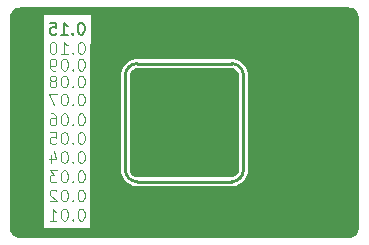
<source format=gbr>
%TF.GenerationSoftware,KiCad,Pcbnew,6.0.11+dfsg-1~bpo11+1*%
%TF.CreationDate,2024-04-13T17:17:30-04:00*%
%TF.ProjectId,Eye Chart,45796520-4368-4617-9274-2e6b69636164,rev?*%
%TF.SameCoordinates,Original*%
%TF.FileFunction,Copper,L2,Bot*%
%TF.FilePolarity,Positive*%
%FSLAX46Y46*%
G04 Gerber Fmt 4.6, Leading zero omitted, Abs format (unit mm)*
G04 Created by KiCad (PCBNEW 6.0.11+dfsg-1~bpo11+1) date 2024-04-13 17:17:30*
%MOMM*%
%LPD*%
G01*
G04 APERTURE LIST*
%ADD10C,0.010000*%
%TA.AperFunction,NonConductor*%
%ADD11C,0.010000*%
%TD*%
%ADD12C,0.030000*%
%TA.AperFunction,NonConductor*%
%ADD13C,0.030000*%
%TD*%
%ADD14C,0.100000*%
%TA.AperFunction,NonConductor*%
%ADD15C,0.100000*%
%TD*%
%ADD16C,0.090000*%
%TA.AperFunction,NonConductor*%
%ADD17C,0.090000*%
%TD*%
%ADD18C,0.060000*%
%TA.AperFunction,NonConductor*%
%ADD19C,0.060000*%
%TD*%
%ADD20C,0.070000*%
%TA.AperFunction,NonConductor*%
%ADD21C,0.070000*%
%TD*%
%ADD22C,0.050000*%
%TA.AperFunction,NonConductor*%
%ADD23C,0.050000*%
%TD*%
%ADD24C,0.150000*%
%TA.AperFunction,NonConductor*%
%ADD25C,0.150000*%
%TD*%
%ADD26C,0.020000*%
%TA.AperFunction,NonConductor*%
%ADD27C,0.020000*%
%TD*%
%ADD28C,0.040000*%
%TA.AperFunction,NonConductor*%
%ADD29C,0.040000*%
%TD*%
%ADD30C,0.080000*%
%TA.AperFunction,NonConductor*%
%ADD31C,0.080000*%
%TD*%
%TA.AperFunction,Conductor*%
%ADD32C,0.250000*%
%TD*%
G04 APERTURE END LIST*
D10*
D11*
X91306495Y-107300780D02*
X91211257Y-107300780D01*
X91116019Y-107348400D01*
X91068400Y-107396019D01*
X91020780Y-107491257D01*
X90973161Y-107681733D01*
X90973161Y-107919828D01*
X91020780Y-108110304D01*
X91068400Y-108205542D01*
X91116019Y-108253161D01*
X91211257Y-108300780D01*
X91306495Y-108300780D01*
X91401733Y-108253161D01*
X91449352Y-108205542D01*
X91496971Y-108110304D01*
X91544590Y-107919828D01*
X91544590Y-107681733D01*
X91496971Y-107491257D01*
X91449352Y-107396019D01*
X91401733Y-107348400D01*
X91306495Y-107300780D01*
X90544590Y-108205542D02*
X90496971Y-108253161D01*
X90544590Y-108300780D01*
X90592209Y-108253161D01*
X90544590Y-108205542D01*
X90544590Y-108300780D01*
X89877923Y-107300780D02*
X89782685Y-107300780D01*
X89687447Y-107348400D01*
X89639828Y-107396019D01*
X89592209Y-107491257D01*
X89544590Y-107681733D01*
X89544590Y-107919828D01*
X89592209Y-108110304D01*
X89639828Y-108205542D01*
X89687447Y-108253161D01*
X89782685Y-108300780D01*
X89877923Y-108300780D01*
X89973161Y-108253161D01*
X90020780Y-108205542D01*
X90068400Y-108110304D01*
X90116019Y-107919828D01*
X90116019Y-107681733D01*
X90068400Y-107491257D01*
X90020780Y-107396019D01*
X89973161Y-107348400D01*
X89877923Y-107300780D01*
X88592209Y-108300780D02*
X89163638Y-108300780D01*
X88877923Y-108300780D02*
X88877923Y-107300780D01*
X88973161Y-107443638D01*
X89068400Y-107538876D01*
X89163638Y-107586495D01*
D12*
D13*
X91306495Y-104049580D02*
X91211257Y-104049580D01*
X91116019Y-104097200D01*
X91068400Y-104144819D01*
X91020780Y-104240057D01*
X90973161Y-104430533D01*
X90973161Y-104668628D01*
X91020780Y-104859104D01*
X91068400Y-104954342D01*
X91116019Y-105001961D01*
X91211257Y-105049580D01*
X91306495Y-105049580D01*
X91401733Y-105001961D01*
X91449352Y-104954342D01*
X91496971Y-104859104D01*
X91544590Y-104668628D01*
X91544590Y-104430533D01*
X91496971Y-104240057D01*
X91449352Y-104144819D01*
X91401733Y-104097200D01*
X91306495Y-104049580D01*
X90544590Y-104954342D02*
X90496971Y-105001961D01*
X90544590Y-105049580D01*
X90592209Y-105001961D01*
X90544590Y-104954342D01*
X90544590Y-105049580D01*
X89877923Y-104049580D02*
X89782685Y-104049580D01*
X89687447Y-104097200D01*
X89639828Y-104144819D01*
X89592209Y-104240057D01*
X89544590Y-104430533D01*
X89544590Y-104668628D01*
X89592209Y-104859104D01*
X89639828Y-104954342D01*
X89687447Y-105001961D01*
X89782685Y-105049580D01*
X89877923Y-105049580D01*
X89973161Y-105001961D01*
X90020780Y-104954342D01*
X90068400Y-104859104D01*
X90116019Y-104668628D01*
X90116019Y-104430533D01*
X90068400Y-104240057D01*
X90020780Y-104144819D01*
X89973161Y-104097200D01*
X89877923Y-104049580D01*
X89211257Y-104049580D02*
X88592209Y-104049580D01*
X88925542Y-104430533D01*
X88782685Y-104430533D01*
X88687447Y-104478152D01*
X88639828Y-104525771D01*
X88592209Y-104621009D01*
X88592209Y-104859104D01*
X88639828Y-104954342D01*
X88687447Y-105001961D01*
X88782685Y-105049580D01*
X89068400Y-105049580D01*
X89163638Y-105001961D01*
X89211257Y-104954342D01*
D14*
D15*
X91306495Y-93178380D02*
X91211257Y-93178380D01*
X91116019Y-93226000D01*
X91068400Y-93273619D01*
X91020780Y-93368857D01*
X90973161Y-93559333D01*
X90973161Y-93797428D01*
X91020780Y-93987904D01*
X91068400Y-94083142D01*
X91116019Y-94130761D01*
X91211257Y-94178380D01*
X91306495Y-94178380D01*
X91401733Y-94130761D01*
X91449352Y-94083142D01*
X91496971Y-93987904D01*
X91544590Y-93797428D01*
X91544590Y-93559333D01*
X91496971Y-93368857D01*
X91449352Y-93273619D01*
X91401733Y-93226000D01*
X91306495Y-93178380D01*
X90544590Y-94083142D02*
X90496971Y-94130761D01*
X90544590Y-94178380D01*
X90592209Y-94130761D01*
X90544590Y-94083142D01*
X90544590Y-94178380D01*
X89544590Y-94178380D02*
X90116019Y-94178380D01*
X89830304Y-94178380D02*
X89830304Y-93178380D01*
X89925542Y-93321238D01*
X90020780Y-93416476D01*
X90116019Y-93464095D01*
X88925542Y-93178380D02*
X88830304Y-93178380D01*
X88735066Y-93226000D01*
X88687447Y-93273619D01*
X88639828Y-93368857D01*
X88592209Y-93559333D01*
X88592209Y-93797428D01*
X88639828Y-93987904D01*
X88687447Y-94083142D01*
X88735066Y-94130761D01*
X88830304Y-94178380D01*
X88925542Y-94178380D01*
X89020780Y-94130761D01*
X89068400Y-94083142D01*
X89116019Y-93987904D01*
X89163638Y-93797428D01*
X89163638Y-93559333D01*
X89116019Y-93368857D01*
X89068400Y-93273619D01*
X89020780Y-93226000D01*
X88925542Y-93178380D01*
D16*
D17*
X91306495Y-94600780D02*
X91211257Y-94600780D01*
X91116019Y-94648400D01*
X91068400Y-94696019D01*
X91020780Y-94791257D01*
X90973161Y-94981733D01*
X90973161Y-95219828D01*
X91020780Y-95410304D01*
X91068400Y-95505542D01*
X91116019Y-95553161D01*
X91211257Y-95600780D01*
X91306495Y-95600780D01*
X91401733Y-95553161D01*
X91449352Y-95505542D01*
X91496971Y-95410304D01*
X91544590Y-95219828D01*
X91544590Y-94981733D01*
X91496971Y-94791257D01*
X91449352Y-94696019D01*
X91401733Y-94648400D01*
X91306495Y-94600780D01*
X90544590Y-95505542D02*
X90496971Y-95553161D01*
X90544590Y-95600780D01*
X90592209Y-95553161D01*
X90544590Y-95505542D01*
X90544590Y-95600780D01*
X89877923Y-94600780D02*
X89782685Y-94600780D01*
X89687447Y-94648400D01*
X89639828Y-94696019D01*
X89592209Y-94791257D01*
X89544590Y-94981733D01*
X89544590Y-95219828D01*
X89592209Y-95410304D01*
X89639828Y-95505542D01*
X89687447Y-95553161D01*
X89782685Y-95600780D01*
X89877923Y-95600780D01*
X89973161Y-95553161D01*
X90020780Y-95505542D01*
X90068400Y-95410304D01*
X90116019Y-95219828D01*
X90116019Y-94981733D01*
X90068400Y-94791257D01*
X90020780Y-94696019D01*
X89973161Y-94648400D01*
X89877923Y-94600780D01*
X89068400Y-95600780D02*
X88877923Y-95600780D01*
X88782685Y-95553161D01*
X88735066Y-95505542D01*
X88639828Y-95362685D01*
X88592209Y-95172209D01*
X88592209Y-94791257D01*
X88639828Y-94696019D01*
X88687447Y-94648400D01*
X88782685Y-94600780D01*
X88973161Y-94600780D01*
X89068400Y-94648400D01*
X89116019Y-94696019D01*
X89163638Y-94791257D01*
X89163638Y-95029352D01*
X89116019Y-95124590D01*
X89068400Y-95172209D01*
X88973161Y-95219828D01*
X88782685Y-95219828D01*
X88687447Y-95172209D01*
X88639828Y-95124590D01*
X88592209Y-95029352D01*
D18*
D19*
X91306495Y-99223580D02*
X91211257Y-99223580D01*
X91116019Y-99271200D01*
X91068400Y-99318819D01*
X91020780Y-99414057D01*
X90973161Y-99604533D01*
X90973161Y-99842628D01*
X91020780Y-100033104D01*
X91068400Y-100128342D01*
X91116019Y-100175961D01*
X91211257Y-100223580D01*
X91306495Y-100223580D01*
X91401733Y-100175961D01*
X91449352Y-100128342D01*
X91496971Y-100033104D01*
X91544590Y-99842628D01*
X91544590Y-99604533D01*
X91496971Y-99414057D01*
X91449352Y-99318819D01*
X91401733Y-99271200D01*
X91306495Y-99223580D01*
X90544590Y-100128342D02*
X90496971Y-100175961D01*
X90544590Y-100223580D01*
X90592209Y-100175961D01*
X90544590Y-100128342D01*
X90544590Y-100223580D01*
X89877923Y-99223580D02*
X89782685Y-99223580D01*
X89687447Y-99271200D01*
X89639828Y-99318819D01*
X89592209Y-99414057D01*
X89544590Y-99604533D01*
X89544590Y-99842628D01*
X89592209Y-100033104D01*
X89639828Y-100128342D01*
X89687447Y-100175961D01*
X89782685Y-100223580D01*
X89877923Y-100223580D01*
X89973161Y-100175961D01*
X90020780Y-100128342D01*
X90068400Y-100033104D01*
X90116019Y-99842628D01*
X90116019Y-99604533D01*
X90068400Y-99414057D01*
X90020780Y-99318819D01*
X89973161Y-99271200D01*
X89877923Y-99223580D01*
X88687447Y-99223580D02*
X88877923Y-99223580D01*
X88973161Y-99271200D01*
X89020780Y-99318819D01*
X89116019Y-99461676D01*
X89163638Y-99652152D01*
X89163638Y-100033104D01*
X89116019Y-100128342D01*
X89068400Y-100175961D01*
X88973161Y-100223580D01*
X88782685Y-100223580D01*
X88687447Y-100175961D01*
X88639828Y-100128342D01*
X88592209Y-100033104D01*
X88592209Y-99795009D01*
X88639828Y-99699771D01*
X88687447Y-99652152D01*
X88782685Y-99604533D01*
X88973161Y-99604533D01*
X89068400Y-99652152D01*
X89116019Y-99699771D01*
X89163638Y-99795009D01*
D20*
D21*
X91306495Y-97547180D02*
X91211257Y-97547180D01*
X91116019Y-97594800D01*
X91068400Y-97642419D01*
X91020780Y-97737657D01*
X90973161Y-97928133D01*
X90973161Y-98166228D01*
X91020780Y-98356704D01*
X91068400Y-98451942D01*
X91116019Y-98499561D01*
X91211257Y-98547180D01*
X91306495Y-98547180D01*
X91401733Y-98499561D01*
X91449352Y-98451942D01*
X91496971Y-98356704D01*
X91544590Y-98166228D01*
X91544590Y-97928133D01*
X91496971Y-97737657D01*
X91449352Y-97642419D01*
X91401733Y-97594800D01*
X91306495Y-97547180D01*
X90544590Y-98451942D02*
X90496971Y-98499561D01*
X90544590Y-98547180D01*
X90592209Y-98499561D01*
X90544590Y-98451942D01*
X90544590Y-98547180D01*
X89877923Y-97547180D02*
X89782685Y-97547180D01*
X89687447Y-97594800D01*
X89639828Y-97642419D01*
X89592209Y-97737657D01*
X89544590Y-97928133D01*
X89544590Y-98166228D01*
X89592209Y-98356704D01*
X89639828Y-98451942D01*
X89687447Y-98499561D01*
X89782685Y-98547180D01*
X89877923Y-98547180D01*
X89973161Y-98499561D01*
X90020780Y-98451942D01*
X90068400Y-98356704D01*
X90116019Y-98166228D01*
X90116019Y-97928133D01*
X90068400Y-97737657D01*
X90020780Y-97642419D01*
X89973161Y-97594800D01*
X89877923Y-97547180D01*
X89211257Y-97547180D02*
X88544590Y-97547180D01*
X88973161Y-98547180D01*
D22*
D23*
X91306495Y-100798380D02*
X91211257Y-100798380D01*
X91116019Y-100846000D01*
X91068400Y-100893619D01*
X91020780Y-100988857D01*
X90973161Y-101179333D01*
X90973161Y-101417428D01*
X91020780Y-101607904D01*
X91068400Y-101703142D01*
X91116019Y-101750761D01*
X91211257Y-101798380D01*
X91306495Y-101798380D01*
X91401733Y-101750761D01*
X91449352Y-101703142D01*
X91496971Y-101607904D01*
X91544590Y-101417428D01*
X91544590Y-101179333D01*
X91496971Y-100988857D01*
X91449352Y-100893619D01*
X91401733Y-100846000D01*
X91306495Y-100798380D01*
X90544590Y-101703142D02*
X90496971Y-101750761D01*
X90544590Y-101798380D01*
X90592209Y-101750761D01*
X90544590Y-101703142D01*
X90544590Y-101798380D01*
X89877923Y-100798380D02*
X89782685Y-100798380D01*
X89687447Y-100846000D01*
X89639828Y-100893619D01*
X89592209Y-100988857D01*
X89544590Y-101179333D01*
X89544590Y-101417428D01*
X89592209Y-101607904D01*
X89639828Y-101703142D01*
X89687447Y-101750761D01*
X89782685Y-101798380D01*
X89877923Y-101798380D01*
X89973161Y-101750761D01*
X90020780Y-101703142D01*
X90068400Y-101607904D01*
X90116019Y-101417428D01*
X90116019Y-101179333D01*
X90068400Y-100988857D01*
X90020780Y-100893619D01*
X89973161Y-100846000D01*
X89877923Y-100798380D01*
X88639828Y-100798380D02*
X89116019Y-100798380D01*
X89163638Y-101274571D01*
X89116019Y-101226952D01*
X89020780Y-101179333D01*
X88782685Y-101179333D01*
X88687447Y-101226952D01*
X88639828Y-101274571D01*
X88592209Y-101369809D01*
X88592209Y-101607904D01*
X88639828Y-101703142D01*
X88687447Y-101750761D01*
X88782685Y-101798380D01*
X89020780Y-101798380D01*
X89116019Y-101750761D01*
X89163638Y-101703142D01*
D24*
D25*
X91306495Y-91552780D02*
X91211257Y-91552780D01*
X91116019Y-91600400D01*
X91068400Y-91648019D01*
X91020780Y-91743257D01*
X90973161Y-91933733D01*
X90973161Y-92171828D01*
X91020780Y-92362304D01*
X91068400Y-92457542D01*
X91116019Y-92505161D01*
X91211257Y-92552780D01*
X91306495Y-92552780D01*
X91401733Y-92505161D01*
X91449352Y-92457542D01*
X91496971Y-92362304D01*
X91544590Y-92171828D01*
X91544590Y-91933733D01*
X91496971Y-91743257D01*
X91449352Y-91648019D01*
X91401733Y-91600400D01*
X91306495Y-91552780D01*
X90544590Y-92457542D02*
X90496971Y-92505161D01*
X90544590Y-92552780D01*
X90592209Y-92505161D01*
X90544590Y-92457542D01*
X90544590Y-92552780D01*
X89544590Y-92552780D02*
X90116019Y-92552780D01*
X89830304Y-92552780D02*
X89830304Y-91552780D01*
X89925542Y-91695638D01*
X90020780Y-91790876D01*
X90116019Y-91838495D01*
X88639828Y-91552780D02*
X89116019Y-91552780D01*
X89163638Y-92028971D01*
X89116019Y-91981352D01*
X89020780Y-91933733D01*
X88782685Y-91933733D01*
X88687447Y-91981352D01*
X88639828Y-92028971D01*
X88592209Y-92124209D01*
X88592209Y-92362304D01*
X88639828Y-92457542D01*
X88687447Y-92505161D01*
X88782685Y-92552780D01*
X89020780Y-92552780D01*
X89116019Y-92505161D01*
X89163638Y-92457542D01*
D26*
D27*
X91306495Y-105675180D02*
X91211257Y-105675180D01*
X91116019Y-105722800D01*
X91068400Y-105770419D01*
X91020780Y-105865657D01*
X90973161Y-106056133D01*
X90973161Y-106294228D01*
X91020780Y-106484704D01*
X91068400Y-106579942D01*
X91116019Y-106627561D01*
X91211257Y-106675180D01*
X91306495Y-106675180D01*
X91401733Y-106627561D01*
X91449352Y-106579942D01*
X91496971Y-106484704D01*
X91544590Y-106294228D01*
X91544590Y-106056133D01*
X91496971Y-105865657D01*
X91449352Y-105770419D01*
X91401733Y-105722800D01*
X91306495Y-105675180D01*
X90544590Y-106579942D02*
X90496971Y-106627561D01*
X90544590Y-106675180D01*
X90592209Y-106627561D01*
X90544590Y-106579942D01*
X90544590Y-106675180D01*
X89877923Y-105675180D02*
X89782685Y-105675180D01*
X89687447Y-105722800D01*
X89639828Y-105770419D01*
X89592209Y-105865657D01*
X89544590Y-106056133D01*
X89544590Y-106294228D01*
X89592209Y-106484704D01*
X89639828Y-106579942D01*
X89687447Y-106627561D01*
X89782685Y-106675180D01*
X89877923Y-106675180D01*
X89973161Y-106627561D01*
X90020780Y-106579942D01*
X90068400Y-106484704D01*
X90116019Y-106294228D01*
X90116019Y-106056133D01*
X90068400Y-105865657D01*
X90020780Y-105770419D01*
X89973161Y-105722800D01*
X89877923Y-105675180D01*
X89163638Y-105770419D02*
X89116019Y-105722800D01*
X89020780Y-105675180D01*
X88782685Y-105675180D01*
X88687447Y-105722800D01*
X88639828Y-105770419D01*
X88592209Y-105865657D01*
X88592209Y-105960895D01*
X88639828Y-106103752D01*
X89211257Y-106675180D01*
X88592209Y-106675180D01*
D28*
D29*
X91306495Y-102423980D02*
X91211257Y-102423980D01*
X91116019Y-102471600D01*
X91068400Y-102519219D01*
X91020780Y-102614457D01*
X90973161Y-102804933D01*
X90973161Y-103043028D01*
X91020780Y-103233504D01*
X91068400Y-103328742D01*
X91116019Y-103376361D01*
X91211257Y-103423980D01*
X91306495Y-103423980D01*
X91401733Y-103376361D01*
X91449352Y-103328742D01*
X91496971Y-103233504D01*
X91544590Y-103043028D01*
X91544590Y-102804933D01*
X91496971Y-102614457D01*
X91449352Y-102519219D01*
X91401733Y-102471600D01*
X91306495Y-102423980D01*
X90544590Y-103328742D02*
X90496971Y-103376361D01*
X90544590Y-103423980D01*
X90592209Y-103376361D01*
X90544590Y-103328742D01*
X90544590Y-103423980D01*
X89877923Y-102423980D02*
X89782685Y-102423980D01*
X89687447Y-102471600D01*
X89639828Y-102519219D01*
X89592209Y-102614457D01*
X89544590Y-102804933D01*
X89544590Y-103043028D01*
X89592209Y-103233504D01*
X89639828Y-103328742D01*
X89687447Y-103376361D01*
X89782685Y-103423980D01*
X89877923Y-103423980D01*
X89973161Y-103376361D01*
X90020780Y-103328742D01*
X90068400Y-103233504D01*
X90116019Y-103043028D01*
X90116019Y-102804933D01*
X90068400Y-102614457D01*
X90020780Y-102519219D01*
X89973161Y-102471600D01*
X89877923Y-102423980D01*
X88687447Y-102757314D02*
X88687447Y-103423980D01*
X88925542Y-102376361D02*
X89163638Y-103090647D01*
X88544590Y-103090647D01*
D30*
D31*
X91306495Y-96023180D02*
X91211257Y-96023180D01*
X91116019Y-96070800D01*
X91068400Y-96118419D01*
X91020780Y-96213657D01*
X90973161Y-96404133D01*
X90973161Y-96642228D01*
X91020780Y-96832704D01*
X91068400Y-96927942D01*
X91116019Y-96975561D01*
X91211257Y-97023180D01*
X91306495Y-97023180D01*
X91401733Y-96975561D01*
X91449352Y-96927942D01*
X91496971Y-96832704D01*
X91544590Y-96642228D01*
X91544590Y-96404133D01*
X91496971Y-96213657D01*
X91449352Y-96118419D01*
X91401733Y-96070800D01*
X91306495Y-96023180D01*
X90544590Y-96927942D02*
X90496971Y-96975561D01*
X90544590Y-97023180D01*
X90592209Y-96975561D01*
X90544590Y-96927942D01*
X90544590Y-97023180D01*
X89877923Y-96023180D02*
X89782685Y-96023180D01*
X89687447Y-96070800D01*
X89639828Y-96118419D01*
X89592209Y-96213657D01*
X89544590Y-96404133D01*
X89544590Y-96642228D01*
X89592209Y-96832704D01*
X89639828Y-96927942D01*
X89687447Y-96975561D01*
X89782685Y-97023180D01*
X89877923Y-97023180D01*
X89973161Y-96975561D01*
X90020780Y-96927942D01*
X90068400Y-96832704D01*
X90116019Y-96642228D01*
X90116019Y-96404133D01*
X90068400Y-96213657D01*
X90020780Y-96118419D01*
X89973161Y-96070800D01*
X89877923Y-96023180D01*
X88973161Y-96451752D02*
X89068400Y-96404133D01*
X89116019Y-96356514D01*
X89163638Y-96261276D01*
X89163638Y-96213657D01*
X89116019Y-96118419D01*
X89068400Y-96070800D01*
X88973161Y-96023180D01*
X88782685Y-96023180D01*
X88687447Y-96070800D01*
X88639828Y-96118419D01*
X88592209Y-96213657D01*
X88592209Y-96261276D01*
X88639828Y-96356514D01*
X88687447Y-96404133D01*
X88782685Y-96451752D01*
X88973161Y-96451752D01*
X89068400Y-96499371D01*
X89116019Y-96546990D01*
X89163638Y-96642228D01*
X89163638Y-96832704D01*
X89116019Y-96927942D01*
X89068400Y-96975561D01*
X88973161Y-97023180D01*
X88782685Y-97023180D01*
X88687447Y-96975561D01*
X88639828Y-96927942D01*
X88592209Y-96832704D01*
X88592209Y-96642228D01*
X88639828Y-96546990D01*
X88687447Y-96499371D01*
X88782685Y-96451752D01*
D32*
%TO.N,*%
X104000000Y-105000000D02*
X96000000Y-105000000D01*
X95000000Y-104000000D02*
X95000000Y-96000000D01*
X105000000Y-96000000D02*
X105000000Y-104000000D01*
X96000000Y-95000000D02*
X104000000Y-95000000D01*
X105000000Y-96000000D02*
G75*
G03*
X104000000Y-95000000I-1000000J0D01*
G01*
X96000000Y-105000000D02*
G75*
G02*
X95000000Y-104000000I0J1000000D01*
G01*
X104000000Y-105000000D02*
G75*
G03*
X105000000Y-104000000I0J1000000D01*
G01*
X95000000Y-96000000D02*
G75*
G02*
X96000000Y-95000000I1000000J0D01*
G01*
%TD*%
%TA.AperFunction,NonConductor*%
G36*
X103979922Y-95381051D02*
G01*
X104000000Y-95384231D01*
X104009794Y-95382680D01*
X104019708Y-95382680D01*
X104019708Y-95383703D01*
X104034411Y-95383378D01*
X104123968Y-95393468D01*
X104151476Y-95399747D01*
X104255824Y-95436260D01*
X104281245Y-95448502D01*
X104374856Y-95507322D01*
X104396915Y-95524914D01*
X104475086Y-95603085D01*
X104492678Y-95625144D01*
X104551498Y-95718755D01*
X104563740Y-95744176D01*
X104600253Y-95848524D01*
X104606532Y-95876032D01*
X104616622Y-95965589D01*
X104616297Y-95980292D01*
X104617320Y-95980292D01*
X104617320Y-95990206D01*
X104615769Y-96000000D01*
X104617320Y-96009792D01*
X104618949Y-96020077D01*
X104620500Y-96039788D01*
X104620500Y-103960212D01*
X104618949Y-103979922D01*
X104615769Y-104000000D01*
X104617320Y-104009794D01*
X104617320Y-104019708D01*
X104616297Y-104019708D01*
X104616622Y-104034411D01*
X104606532Y-104123968D01*
X104600253Y-104151476D01*
X104563740Y-104255824D01*
X104551498Y-104281245D01*
X104492678Y-104374856D01*
X104475086Y-104396915D01*
X104396915Y-104475086D01*
X104374856Y-104492678D01*
X104281245Y-104551498D01*
X104255824Y-104563740D01*
X104151476Y-104600253D01*
X104123968Y-104606532D01*
X104034411Y-104616622D01*
X104019708Y-104616297D01*
X104019708Y-104617320D01*
X104009794Y-104617320D01*
X104000000Y-104615769D01*
X103982549Y-104618533D01*
X103979923Y-104618949D01*
X103960212Y-104620500D01*
X96039788Y-104620500D01*
X96020077Y-104618949D01*
X96017451Y-104618533D01*
X96000000Y-104615769D01*
X95990206Y-104617320D01*
X95980292Y-104617320D01*
X95980292Y-104616297D01*
X95965589Y-104616622D01*
X95876032Y-104606532D01*
X95848524Y-104600253D01*
X95744176Y-104563740D01*
X95718755Y-104551498D01*
X95625144Y-104492678D01*
X95603085Y-104475086D01*
X95524914Y-104396915D01*
X95507322Y-104374856D01*
X95448502Y-104281245D01*
X95436260Y-104255824D01*
X95399747Y-104151476D01*
X95393468Y-104123968D01*
X95383378Y-104034411D01*
X95383703Y-104019708D01*
X95382680Y-104019708D01*
X95382680Y-104009794D01*
X95384231Y-104000000D01*
X95381051Y-103979922D01*
X95379500Y-103960212D01*
X95379500Y-96039788D01*
X95381051Y-96020077D01*
X95382680Y-96009792D01*
X95384231Y-96000000D01*
X95382680Y-95990206D01*
X95382680Y-95980292D01*
X95383703Y-95980292D01*
X95383378Y-95965589D01*
X95393468Y-95876032D01*
X95399747Y-95848524D01*
X95436260Y-95744176D01*
X95448502Y-95718755D01*
X95507322Y-95625144D01*
X95524914Y-95603085D01*
X95603085Y-95524914D01*
X95625144Y-95507322D01*
X95718755Y-95448502D01*
X95744176Y-95436260D01*
X95848524Y-95399747D01*
X95876032Y-95393468D01*
X95965589Y-95383378D01*
X95980292Y-95383703D01*
X95980292Y-95382680D01*
X95990206Y-95382680D01*
X96000000Y-95384231D01*
X96020078Y-95381051D01*
X96039788Y-95379500D01*
X103960212Y-95379500D01*
X103979922Y-95381051D01*
G37*
%TD.AperFunction*%
%TA.AperFunction,NonConductor*%
G36*
X113987103Y-90256921D02*
G01*
X114000000Y-90259486D01*
X114012170Y-90257065D01*
X114019856Y-90257065D01*
X114032207Y-90257672D01*
X114133092Y-90267609D01*
X114157309Y-90272425D01*
X114273426Y-90307649D01*
X114296226Y-90317093D01*
X114403239Y-90374292D01*
X114423770Y-90388011D01*
X114517556Y-90464981D01*
X114535019Y-90482444D01*
X114611989Y-90576230D01*
X114625708Y-90596761D01*
X114682907Y-90703774D01*
X114692351Y-90726574D01*
X114727575Y-90842691D01*
X114732391Y-90866908D01*
X114742328Y-90967793D01*
X114742935Y-90980144D01*
X114742935Y-90987830D01*
X114740514Y-91000000D01*
X114742935Y-91012170D01*
X114743079Y-91012894D01*
X114745500Y-91037476D01*
X114745500Y-108962524D01*
X114743079Y-108987103D01*
X114740514Y-109000000D01*
X114742935Y-109012170D01*
X114742935Y-109019856D01*
X114742328Y-109032207D01*
X114732391Y-109133092D01*
X114727575Y-109157309D01*
X114692351Y-109273426D01*
X114682907Y-109296226D01*
X114625708Y-109403239D01*
X114611989Y-109423770D01*
X114535019Y-109517556D01*
X114517556Y-109535019D01*
X114423770Y-109611989D01*
X114403239Y-109625708D01*
X114296226Y-109682907D01*
X114273426Y-109692351D01*
X114157309Y-109727575D01*
X114133092Y-109732391D01*
X114032207Y-109742328D01*
X114019856Y-109742935D01*
X114012170Y-109742935D01*
X114000000Y-109740514D01*
X113987103Y-109743079D01*
X113962524Y-109745500D01*
X86037476Y-109745500D01*
X86012897Y-109743079D01*
X86000000Y-109740514D01*
X85987830Y-109742935D01*
X85980144Y-109742935D01*
X85967793Y-109742328D01*
X85866908Y-109732391D01*
X85842691Y-109727575D01*
X85726574Y-109692351D01*
X85703774Y-109682907D01*
X85596761Y-109625708D01*
X85576230Y-109611989D01*
X85482444Y-109535019D01*
X85464981Y-109517556D01*
X85388011Y-109423770D01*
X85374292Y-109403239D01*
X85317093Y-109296226D01*
X85307649Y-109273426D01*
X85272425Y-109157309D01*
X85267609Y-109133092D01*
X85257672Y-109032207D01*
X85257065Y-109019856D01*
X85257065Y-109012170D01*
X85259486Y-109000000D01*
X85256921Y-108987103D01*
X85254500Y-108962524D01*
X85254500Y-93272400D01*
X88072234Y-93272400D01*
X88077553Y-93272400D01*
X88085269Y-93298680D01*
X88092131Y-93309357D01*
X88097234Y-93344852D01*
X88097234Y-94860500D01*
X88099785Y-94860500D01*
X88102234Y-94877529D01*
X88102234Y-96275400D01*
X88104785Y-96275400D01*
X88107234Y-96292429D01*
X88107234Y-97690300D01*
X88109785Y-97690300D01*
X88112234Y-97707329D01*
X88112234Y-99206800D01*
X88114785Y-99206800D01*
X88117234Y-99223829D01*
X88117234Y-100875700D01*
X88119785Y-100875700D01*
X88122234Y-100892729D01*
X88122234Y-102443000D01*
X88124785Y-102443000D01*
X88127234Y-102460029D01*
X88127234Y-104061100D01*
X88129785Y-104061100D01*
X88132234Y-104078129D01*
X88132234Y-105679200D01*
X88134785Y-105679200D01*
X88137234Y-105696229D01*
X88137234Y-107297300D01*
X88139785Y-107297300D01*
X88142234Y-107314329D01*
X88142234Y-108915400D01*
X91994567Y-108915400D01*
X91994567Y-107320285D01*
X91997038Y-107297300D01*
X91999567Y-107297300D01*
X91999567Y-105702185D01*
X92002038Y-105679200D01*
X92004567Y-105679200D01*
X92004567Y-104084085D01*
X92007038Y-104061100D01*
X92009567Y-104061100D01*
X92009567Y-104000000D01*
X94615769Y-104000000D01*
X94616693Y-104005835D01*
X94633270Y-104216469D01*
X94634424Y-104221276D01*
X94634425Y-104221282D01*
X94648821Y-104281245D01*
X94683960Y-104427607D01*
X94685853Y-104432178D01*
X94685854Y-104432180D01*
X94763859Y-104620500D01*
X94767055Y-104628217D01*
X94880510Y-104813357D01*
X95021530Y-104978470D01*
X95186643Y-105119490D01*
X95371783Y-105232945D01*
X95376353Y-105234838D01*
X95376355Y-105234839D01*
X95567820Y-105314146D01*
X95572393Y-105316040D01*
X95646526Y-105333838D01*
X95778718Y-105365575D01*
X95778724Y-105365576D01*
X95783531Y-105366730D01*
X95929548Y-105378222D01*
X95933039Y-105378733D01*
X95933851Y-105379018D01*
X95936630Y-105379259D01*
X95936632Y-105379259D01*
X95936689Y-105379264D01*
X95939416Y-105379500D01*
X95942128Y-105379500D01*
X95944857Y-105379618D01*
X95944855Y-105379658D01*
X95950720Y-105379888D01*
X95963033Y-105380857D01*
X95994165Y-105383307D01*
X96000000Y-105384231D01*
X96020078Y-105381051D01*
X96039788Y-105379500D01*
X103960212Y-105379500D01*
X103979922Y-105381051D01*
X104000000Y-105384231D01*
X104005835Y-105383307D01*
X104216469Y-105366730D01*
X104221276Y-105365576D01*
X104221282Y-105365575D01*
X104353474Y-105333838D01*
X104427607Y-105316040D01*
X104432180Y-105314146D01*
X104623645Y-105234839D01*
X104623647Y-105234838D01*
X104628217Y-105232945D01*
X104813357Y-105119490D01*
X104978470Y-104978470D01*
X105119490Y-104813357D01*
X105232945Y-104628217D01*
X105236142Y-104620500D01*
X105314146Y-104432180D01*
X105314147Y-104432178D01*
X105316040Y-104427607D01*
X105351179Y-104281245D01*
X105365575Y-104221282D01*
X105365576Y-104221276D01*
X105366730Y-104216469D01*
X105378222Y-104070452D01*
X105378733Y-104066961D01*
X105379018Y-104066149D01*
X105379500Y-104060584D01*
X105379500Y-104057872D01*
X105379618Y-104055143D01*
X105379658Y-104055145D01*
X105379888Y-104049280D01*
X105382215Y-104019708D01*
X105383307Y-104005835D01*
X105384231Y-104000000D01*
X105381051Y-103979922D01*
X105379500Y-103960212D01*
X105379500Y-96039788D01*
X105381051Y-96020077D01*
X105382680Y-96009792D01*
X105384231Y-96000000D01*
X105383307Y-95994165D01*
X105366730Y-95783531D01*
X105365576Y-95778724D01*
X105365575Y-95778718D01*
X105325819Y-95613125D01*
X105316040Y-95572393D01*
X105264723Y-95448502D01*
X105234839Y-95376355D01*
X105234838Y-95376353D01*
X105232945Y-95371783D01*
X105119490Y-95186643D01*
X104978470Y-95021530D01*
X104813357Y-94880510D01*
X104628217Y-94767055D01*
X104623647Y-94765162D01*
X104623645Y-94765161D01*
X104432180Y-94685854D01*
X104432178Y-94685853D01*
X104427607Y-94683960D01*
X104353474Y-94666162D01*
X104221282Y-94634425D01*
X104221276Y-94634424D01*
X104216469Y-94633270D01*
X104070452Y-94621778D01*
X104066961Y-94621267D01*
X104066149Y-94620982D01*
X104063370Y-94620741D01*
X104063368Y-94620741D01*
X104063311Y-94620736D01*
X104060584Y-94620500D01*
X104057872Y-94620500D01*
X104055143Y-94620382D01*
X104055145Y-94620342D01*
X104049280Y-94620112D01*
X104034500Y-94618949D01*
X104005835Y-94616693D01*
X104000000Y-94615769D01*
X103979923Y-94618949D01*
X103960212Y-94620500D01*
X96039788Y-94620500D01*
X96020077Y-94618949D01*
X96000000Y-94615769D01*
X95994165Y-94616693D01*
X95783531Y-94633270D01*
X95778724Y-94634424D01*
X95778718Y-94634425D01*
X95646526Y-94666162D01*
X95572393Y-94683960D01*
X95567822Y-94685853D01*
X95567820Y-94685854D01*
X95376355Y-94765161D01*
X95376353Y-94765162D01*
X95371783Y-94767055D01*
X95186643Y-94880510D01*
X95021530Y-95021530D01*
X94880510Y-95186643D01*
X94767055Y-95371783D01*
X94765162Y-95376353D01*
X94765161Y-95376355D01*
X94735277Y-95448502D01*
X94683960Y-95572393D01*
X94674181Y-95613125D01*
X94634425Y-95778718D01*
X94634424Y-95778724D01*
X94633270Y-95783531D01*
X94625990Y-95876032D01*
X94621779Y-95929544D01*
X94621267Y-95933039D01*
X94620982Y-95933851D01*
X94620500Y-95939416D01*
X94620500Y-95942128D01*
X94620382Y-95944857D01*
X94620342Y-95944855D01*
X94620112Y-95950720D01*
X94616693Y-95994165D01*
X94615769Y-96000000D01*
X94617320Y-96009792D01*
X94618949Y-96020077D01*
X94620500Y-96039788D01*
X94620500Y-103960212D01*
X94618949Y-103979922D01*
X94615769Y-104000000D01*
X92009567Y-104000000D01*
X92009567Y-102465985D01*
X92012038Y-102443000D01*
X92014567Y-102443000D01*
X92014567Y-100898685D01*
X92017038Y-100875700D01*
X92019567Y-100875700D01*
X92019567Y-99229785D01*
X92022038Y-99206800D01*
X92024567Y-99206800D01*
X92024567Y-97713285D01*
X92027038Y-97690300D01*
X92029567Y-97690300D01*
X92029567Y-96298385D01*
X92032038Y-96275400D01*
X92034567Y-96275400D01*
X92034567Y-94883485D01*
X92037038Y-94860500D01*
X92039567Y-94860500D01*
X92039567Y-93340453D01*
X92059549Y-93272400D01*
X92064567Y-93272400D01*
X92064567Y-90928400D01*
X88072234Y-90928400D01*
X88072234Y-93272400D01*
X85254500Y-93272400D01*
X85254500Y-91037476D01*
X85256921Y-91012894D01*
X85257065Y-91012170D01*
X85259486Y-91000000D01*
X85257065Y-90987830D01*
X85257065Y-90980144D01*
X85257672Y-90967793D01*
X85267609Y-90866908D01*
X85272425Y-90842691D01*
X85307649Y-90726574D01*
X85317093Y-90703774D01*
X85374292Y-90596761D01*
X85388011Y-90576230D01*
X85464981Y-90482444D01*
X85482444Y-90464981D01*
X85576230Y-90388011D01*
X85596761Y-90374292D01*
X85703774Y-90317093D01*
X85726574Y-90307649D01*
X85842691Y-90272425D01*
X85866908Y-90267609D01*
X85967793Y-90257672D01*
X85980144Y-90257065D01*
X85987830Y-90257065D01*
X86000000Y-90259486D01*
X86012897Y-90256921D01*
X86037476Y-90254500D01*
X113962524Y-90254500D01*
X113987103Y-90256921D01*
G37*
%TD.AperFunction*%
M02*

</source>
